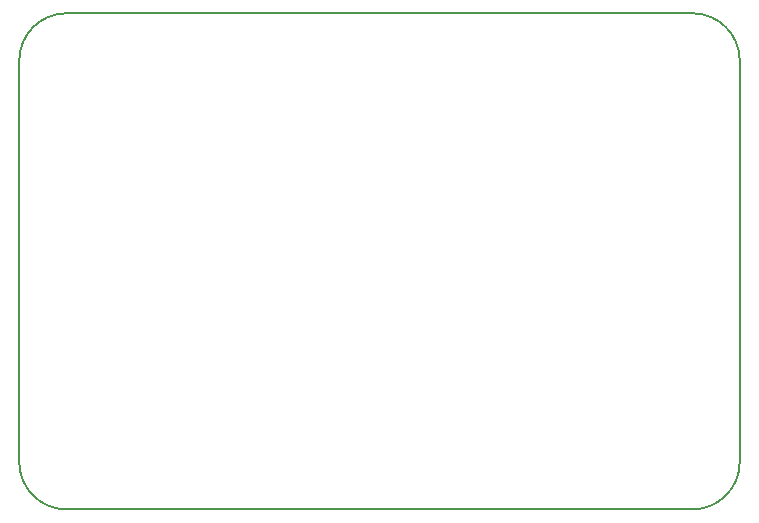
<source format=gbr>
%TF.GenerationSoftware,KiCad,Pcbnew,(5.99.0-12374-g2479e1d7b1)*%
%TF.CreationDate,2021-11-09T23:09:34+03:00*%
%TF.ProjectId,Brass,42726173-732e-46b6-9963-61645f706362,rev?*%
%TF.SameCoordinates,Original*%
%TF.FileFunction,Profile,NP*%
%FSLAX46Y46*%
G04 Gerber Fmt 4.6, Leading zero omitted, Abs format (unit mm)*
G04 Created by KiCad (PCBNEW (5.99.0-12374-g2479e1d7b1)) date 2021-11-09 23:09:34*
%MOMM*%
%LPD*%
G01*
G04 APERTURE LIST*
%TA.AperFunction,Profile*%
%ADD10C,0.200000*%
%TD*%
G04 APERTURE END LIST*
D10*
X121000000Y-47000000D02*
X68000000Y-47000000D01*
X63999998Y-50999998D02*
G75*
G02*
X68000000Y-47000000I4000000J-2D01*
G01*
X63999998Y-50999998D02*
X64000000Y-85000000D01*
X124999998Y-50999998D02*
G75*
G03*
X121000000Y-47000000I-3999998J0D01*
G01*
X67999998Y-89000002D02*
X121000000Y-89000000D01*
X125000002Y-85000002D02*
X124999998Y-50999998D01*
X125000002Y-85000002D02*
G75*
G02*
X121000000Y-89000000I-4000000J2D01*
G01*
X67999998Y-89000002D02*
G75*
G02*
X64000000Y-85000000I2J4000000D01*
G01*
M02*

</source>
